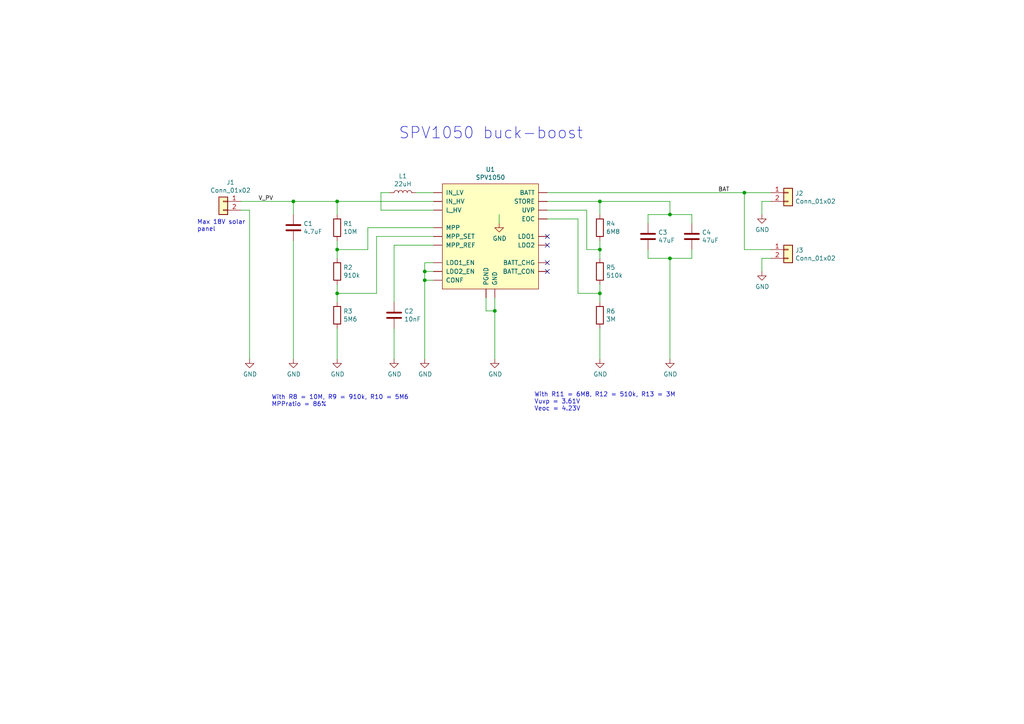
<source format=kicad_sch>
(kicad_sch (version 20211123) (generator eeschema)
  (paper "A4")
  (title_block (title "SPV1050 Solar Charger") (date "2022-01-21") (rev "2.0"))
  (lib_symbols
    (symbol "Connector_Generic:Conn_01x02" (pin_names (offset 1.016) hide)
      (property "Reference" "J" (at 0 2.54 0))
      (property "Value" "Conn_01x02" (at 0 -5.08 0))
      (symbol "Conn_01x02_1_1"
        (rectangle (start -1.27 -2.413) (end 0 -2.667) (stroke (width 0.1524)))
        (rectangle (start -1.27 0.127) (end 0 -0.127) (stroke (width 0.1524)))
        (rectangle (start -1.27 1.27) (end 1.27 -3.81) (stroke (width 0.254)) (fill (type background)))
        (pin passive line (at -5.08 0 0) (length 3.81) (name "Pin_1") (number "1"))
        (pin passive line (at -5.08 -2.54 0) (length 3.81) (name "Pin_2") (number "2"))
      )
    )
    (symbol "Device:C" (pin_numbers hide) (pin_names (offset 0.254))
      (property "Reference" "C" (at 0.635 2.54 0))
      (property "Value" "C" (at 0.635 -2.54 0))
      (symbol "C_0_1"
        (polyline (pts (xy -2.032 -0.762) (xy 2.032 -0.762)) (stroke (width 0.508)))
        (polyline (pts (xy -2.032 0.762) (xy 2.032 0.762)) (stroke (width 0.508)))
      )
      (symbol "C_1_1"
        (pin passive line (at 0 3.81 270) (length 2.794) (name "~") (number "1"))
        (pin passive line (at 0 -3.81 90) (length 2.794) (name "~") (number "2"))
      )
    )
    (symbol "Device:L" (pin_numbers hide) (pin_names (offset 1.016) hide)
      (property "Reference" "L" (at -1.27 0 90))
      (property "Value" "L" (at 1.905 0 90))
      (symbol "L_0_1"
        (arc (start 0 -2.54) (mid 0.635 -1.905) (end 0 -1.27))
        (arc (start 0 -1.27) (mid 0.635 -0.635) (end 0 0))
        (arc (start 0 0) (mid 0.635 0.635) (end 0 1.27))
        (arc (start 0 1.27) (mid 0.635 1.905) (end 0 2.54))
      )
      (symbol "L_1_1"
        (pin passive line (at 0 3.81 270) (length 1.27) (name "1") (number "1"))
        (pin passive line (at 0 -3.81 90) (length 1.27) (name "2") (number "2"))
      )
    )
    (symbol "Device:R" (pin_numbers hide) (pin_names (offset 0))
      (property "Reference" "R" (at 2.032 0 90))
      (property "Value" "R" (at 0 0 90))
      (symbol "R_0_1"
        (rectangle (start -1.016 -2.54) (end 1.016 2.54) (stroke (width 0.254)))
      )
      (symbol "R_1_1"
        (pin passive line (at 0 3.81 270) (length 1.27) (name "~") (number "1"))
        (pin passive line (at 0 -3.81 90) (length 1.27) (name "~") (number "2"))
      )
    )
    (symbol "jouni:SPV1050" (pin_numbers hide) (pin_names (offset 1.016))
      (property "Reference" "U" (at 0 0 0))
      (property "Value" "jouni_SPV1050" (at 0 10.16 0))
      (symbol "SPV1050_0_1"
        (rectangle (start -13.97 13.97) (end 13.97 -16.51) (fill (type background)))
      )
      (symbol "SPV1050_1_1"
        (pin input line (at -16.51 1.27 0) (length 2.54) (name "MPP") (number "1"))
        (pin input line (at 16.51 6.35 180) (length 2.54) (name "UVP") (number "10"))
        (pin input line (at 16.51 -1.27 180) (length 2.54) (name "LDO1") (number "11"))
        (pin input line (at 16.51 -3.81 180) (length 2.54) (name "LDO2") (number "12"))
        (pin input line (at -16.51 -13.97 0) (length 2.54) (name "CONF") (number "13"))
        (pin input line (at 16.51 11.43 180) (length 2.54) (name "BATT") (number "14"))
        (pin input line (at 16.51 8.89 180) (length 2.54) (name "STORE") (number "15"))
        (pin input line (at -16.51 11.43 0) (length 2.54) (name "IN_LV") (number "16"))
        (pin input line (at -1.27 -19.05 90) (length 2.54) (name "PGND") (number "18"))
        (pin input line (at -16.51 6.35 0) (length 2.54) (name "L_HV") (number "19"))
        (pin input line (at -16.51 -1.27 0) (length 2.54) (name "MPP_SET") (number "2"))
        (pin input line (at -16.51 8.89 0) (length 2.54) (name "IN_HV") (number "20"))
        (pin input line (at 2.54 5.08 180) (length 2.54) hide (name "GND") (number "21"))
        (pin input line (at -16.51 -3.81 0) (length 2.54) (name "MPP_REF") (number "3"))
        (pin input line (at 1.27 -19.05 90) (length 2.54) (name "GND") (number "4"))
        (pin input line (at -16.51 -8.89 0) (length 2.54) (name "LDO1_EN") (number "5"))
        (pin input line (at -16.51 -11.43 0) (length 2.54) (name "LDO2_EN") (number "6"))
        (pin input line (at 16.51 -8.89 180) (length 2.54) (name "BATT_CHG") (number "7"))
        (pin input line (at 16.51 -11.43 180) (length 2.54) (name "BATT_CON") (number "8"))
        (pin input line (at 16.51 3.81 180) (length 2.54) (name "EOC") (number "9"))
      )
    )
    (symbol "power:GND" (power) (pin_names (offset 0))
      (property "Value" "GND" (at 0 -3.81 0))
      (symbol "GND_0_1"
        (polyline (pts (xy 0 0) (xy 0 -1.27) (xy 1.27 -1.27) (xy 0 -2.54) (xy -1.27 -1.27) (xy 0 -1.27)))
      )
      (symbol "GND_1_1"
        (pin power_in line (at 0 0 270) (length 0) hide (name "GND") (number "1"))
      )
    )
  )
  (junction (at 173.99 58.42))
  (junction (at 194.31 74.93))
  (junction (at 173.99 85.09))
  (junction (at 123.19 78.74))
  (junction (at 123.19 81.28))
  (junction (at 97.79 85.09))
  (junction (at 85.09 58.42))
  (junction (at 143.51 90.17))
  (junction (at 215.9 55.88))
  (junction (at 173.99 72.39))
  (junction (at 194.31 62.23))
  (junction (at 97.79 58.42))
  (junction (at 97.79 72.39))
  (no_connect (at 158.75 71.12))
  (no_connect (at 158.75 78.74))
  (no_connect (at 158.75 76.2))
  (no_connect (at 158.75 68.58))
  (wire (pts (xy 158.75 58.42) (xy 173.99 58.42)))
  (wire (pts (xy 140.97 86.36) (xy 140.97 90.17)))
  (wire (pts (xy 110.49 55.88) (xy 110.49 60.96)))
  (wire (pts (xy 158.75 63.5) (xy 167.64 63.5)))
  (wire (pts (xy 114.3 95.25) (xy 114.3 104.14)))
  (wire (pts (xy 97.79 69.85) (xy 97.79 72.39)))
  (wire (pts (xy 194.31 62.23) (xy 187.96 62.23)))
  (wire (pts (xy 173.99 69.85) (xy 173.99 72.39)))
  (wire (pts (xy 187.96 72.39) (xy 187.96 74.93)))
  (wire (pts (xy 123.19 76.2) (xy 125.73 76.2)))
  (wire (pts (xy 125.73 55.88) (xy 120.65 55.88)))
  (wire (pts (xy 173.99 85.09) (xy 173.99 87.63)))
  (wire (pts (xy 194.31 58.42) (xy 194.31 62.23)))
  (wire (pts (xy 97.79 85.09) (xy 97.79 82.55)))
  (wire (pts (xy 220.98 78.74) (xy 220.98 74.93)))
  (wire (pts (xy 167.64 63.5) (xy 167.64 85.09)))
  (wire (pts (xy 215.9 55.88) (xy 223.52 55.88)))
  (wire (pts (xy 97.79 58.42) (xy 97.79 62.23)))
  (wire (pts (xy 140.97 90.17) (xy 143.51 90.17)))
  (wire (pts (xy 158.75 55.88) (xy 215.9 55.88)))
  (wire (pts (xy 194.31 62.23) (xy 200.66 62.23)))
  (wire (pts (xy 123.19 78.74) (xy 123.19 76.2)))
  (wire (pts (xy 194.31 74.93) (xy 200.66 74.93)))
  (wire (pts (xy 97.79 72.39) (xy 97.79 74.93)))
  (wire (pts (xy 215.9 72.39) (xy 215.9 55.88)))
  (wire (pts (xy 194.31 104.14) (xy 194.31 74.93)))
  (wire (pts (xy 170.18 60.96) (xy 170.18 72.39)))
  (wire (pts (xy 114.3 71.12) (xy 114.3 87.63)))
  (wire (pts (xy 158.75 60.96) (xy 170.18 60.96)))
  (wire (pts (xy 125.73 66.04) (xy 106.68 66.04)))
  (wire (pts (xy 85.09 58.42) (xy 97.79 58.42)))
  (wire (pts (xy 223.52 72.39) (xy 215.9 72.39)))
  (wire (pts (xy 97.79 87.63) (xy 97.79 85.09)))
  (wire (pts (xy 173.99 72.39) (xy 173.99 74.93)))
  (wire (pts (xy 187.96 74.93) (xy 194.31 74.93)))
  (wire (pts (xy 170.18 72.39) (xy 173.99 72.39)))
  (wire (pts (xy 220.98 74.93) (xy 223.52 74.93)))
  (wire (pts (xy 200.66 74.93) (xy 200.66 72.39)))
  (wire (pts (xy 125.73 78.74) (xy 123.19 78.74)))
  (wire (pts (xy 187.96 62.23) (xy 187.96 64.77)))
  (wire (pts (xy 97.79 58.42) (xy 125.73 58.42)))
  (wire (pts (xy 106.68 66.04) (xy 106.68 72.39)))
  (wire (pts (xy 113.03 55.88) (xy 110.49 55.88)))
  (wire (pts (xy 173.99 58.42) (xy 194.31 58.42)))
  (wire (pts (xy 123.19 81.28) (xy 123.19 78.74)))
  (wire (pts (xy 97.79 104.14) (xy 97.79 95.25)))
  (wire (pts (xy 110.49 60.96) (xy 125.73 60.96)))
  (wire (pts (xy 69.85 58.42) (xy 85.09 58.42)))
  (wire (pts (xy 200.66 62.23) (xy 200.66 64.77)))
  (wire (pts (xy 125.73 81.28) (xy 123.19 81.28)))
  (wire (pts (xy 109.22 68.58) (xy 109.22 85.09)))
  (wire (pts (xy 97.79 85.09) (xy 109.22 85.09)))
  (wire (pts (xy 167.64 85.09) (xy 173.99 85.09)))
  (wire (pts (xy 144.78 64.77) (xy 144.78 62.23)))
  (wire (pts (xy 69.85 60.96) (xy 72.39 60.96)))
  (wire (pts (xy 106.68 72.39) (xy 97.79 72.39)))
  (wire (pts (xy 223.52 58.42) (xy 220.98 58.42)))
  (wire (pts (xy 173.99 104.14) (xy 173.99 95.25)))
  (wire (pts (xy 173.99 62.23) (xy 173.99 58.42)))
  (wire (pts (xy 123.19 104.14) (xy 123.19 81.28)))
  (wire (pts (xy 125.73 68.58) (xy 109.22 68.58)))
  (wire (pts (xy 85.09 62.23) (xy 85.09 58.42)))
  (wire (pts (xy 85.09 69.85) (xy 85.09 104.14)))
  (wire (pts (xy 173.99 82.55) (xy 173.99 85.09)))
  (wire (pts (xy 72.39 60.96) (xy 72.39 104.14)))
  (wire (pts (xy 125.73 71.12) (xy 114.3 71.12)))
  (wire (pts (xy 220.98 58.42) (xy 220.98 62.23)))
  (wire (pts (xy 143.51 90.17) (xy 143.51 104.14)))
  (wire (pts (xy 143.51 90.17) (xy 143.51 86.36)))
  (text "Max 18V solar\npanel" (at 57.15 67.31 0) (effects (font (size 1.27 1.27)) (justify left bottom)))
  (text "SPV1050 buck-boost" (at 115.57 40.64 0) (effects (font (size 3.302 3.302)) (justify left bottom)))
  (text "With R11 = 6M8, R12 = 510k, R13 = 3M\nVuvp = 3.61V\nVeoc = 4.23V" (at 154.94 119.38 0) (effects (font (size 1.27 1.27)) (justify left bottom)))
  (text "With R8 = 10M, R9 = 910k, R10 = 5M6\nMPPratio = 86%" (at 78.74 118.11 0) (effects (font (size 1.27 1.27)) (justify left bottom)))
  (label "V_PV" (at 74.93 58.42 0) (effects (font (size 1.1938 1.1938))))
  (label "BAT" (at 208.28 55.88 0) (effects (font (size 1.1938 1.1938))))
  (symbol (lib_id "jouni:SPV1050") (at 142.24 67.31 0) (unit 1)
    (property "Reference" "U1" (at 142.24 49.149 0))
    (property "Value" "SPV1050" (at 142.24 51.4604 0))
    (property "Footprint" "jouni:UQFN-20-1EP_3x3mm_P0.4mm_EP1.85x1.85mm_handsolder" (effects hide))
  )
  (symbol (lib_id "Connector_Generic:Conn_01x02") (at 64.77 58.42 0) (mirror y) (unit 1)
    (property "Reference" "J1" (at 66.8528 52.9082 0))
    (property "Value" "Conn_01x02" (at 66.8528 55.2196 0))
    (property "Footprint" "Connector_JST:JST_PH_S2B-PH-K_1x02_P2.00mm_Horizontal" (effects hide))
  )
  (symbol (lib_id "Connector_Generic:Conn_01x02") (at 228.6 55.88 0) (unit 1)
    (property "Reference" "J2" (at 230.632 56.0832 0) (effects (justify left)))
    (property "Value" "Conn_01x02" (at 230.632 58.3946 0) (effects (justify left)))
    (property "Footprint" "Connector_JST:JST_PH_S2B-PH-K_1x02_P2.00mm_Horizontal" (effects hide))
  )
  (symbol (lib_id "Device:R") (at 97.79 66.04 0) (unit 1)
    (property "Reference" "R1" (at 99.568 64.8716 0) (effects (justify left)))
    (property "Value" "10M" (at 99.568 67.183 0) (effects (justify left)))
    (property "Footprint" "Resistor_SMD:R_0805_2012Metric" (effects hide))
  )
  (symbol (lib_id "Device:R") (at 97.79 78.74 0) (unit 1)
    (property "Reference" "R2" (at 99.568 77.5716 0) (effects (justify left)))
    (property "Value" "910k" (at 99.568 79.883 0) (effects (justify left)))
    (property "Footprint" "Resistor_SMD:R_0805_2012Metric" (effects hide))
  )
  (symbol (lib_id "Device:R") (at 97.79 91.44 0) (unit 1)
    (property "Reference" "R3" (at 99.568 90.2716 0) (effects (justify left)))
    (property "Value" "5M6" (at 99.568 92.583 0) (effects (justify left)))
    (property "Footprint" "Resistor_SMD:R_0805_2012Metric" (effects hide))
  )
  (symbol (lib_id "Device:R") (at 173.99 66.04 0) (unit 1)
    (property "Reference" "R4" (at 175.768 64.8716 0) (effects (justify left)))
    (property "Value" "6M8" (at 175.768 67.183 0) (effects (justify left)))
    (property "Footprint" "Resistor_SMD:R_0805_2012Metric" (effects hide))
  )
  (symbol (lib_id "Device:R") (at 173.99 78.74 0) (unit 1)
    (property "Reference" "R5" (at 175.768 77.5716 0) (effects (justify left)))
    (property "Value" "510k" (at 175.768 79.883 0) (effects (justify left)))
    (property "Footprint" "Resistor_SMD:R_0805_2012Metric" (effects hide))
  )
  (symbol (lib_id "Device:R") (at 173.99 91.44 0) (unit 1)
    (property "Reference" "R6" (at 175.768 90.2716 0) (effects (justify left)))
    (property "Value" "3M" (at 175.768 92.583 0) (effects (justify left)))
    (property "Footprint" "Resistor_SMD:R_0805_2012Metric" (effects hide))
  )
  (symbol (lib_id "Device:L") (at 116.84 55.88 90) (unit 1)
    (property "Reference" "L1" (at 116.84 51.054 90))
    (property "Value" "22uH" (at 116.84 53.3654 90))
    (property "Footprint" "jouni:CD43" (effects hide))
  )
  (symbol (lib_id "Device:C") (at 85.09 66.04 0) (unit 1)
    (property "Reference" "C1" (at 88.011 64.8716 0) (effects (justify left)))
    (property "Value" "4.7uF" (at 88.011 67.183 0) (effects (justify left)))
    (property "Footprint" "Capacitor_SMD:C_0805_2012Metric" (effects hide))
  )
  (symbol (lib_id "Device:C") (at 114.3 91.44 0) (unit 1)
    (property "Reference" "C2" (at 117.221 90.2716 0) (effects (justify left)))
    (property "Value" "10nF" (at 117.221 92.583 0) (effects (justify left)))
    (property "Footprint" "Capacitor_SMD:C_0805_2012Metric" (effects hide))
  )
  (symbol (lib_id "Device:C") (at 187.96 68.58 0) (unit 1)
    (property "Reference" "C3" (at 190.881 67.4116 0) (effects (justify left)))
    (property "Value" "47uF" (at 190.881 69.723 0) (effects (justify left)))
    (property "Footprint" "Capacitor_SMD:C_0805_2012Metric" (effects hide))
  )
  (symbol (lib_id "Device:C") (at 200.66 68.58 0) (unit 1)
    (property "Reference" "C4" (at 203.581 67.4116 0) (effects (justify left)))
    (property "Value" "47uF" (at 203.581 69.723 0) (effects (justify left)))
    (property "Footprint" "Capacitor_SMD:C_0805_2012Metric" (effects hide))
  )
  (symbol (lib_id "power:GND") (at 85.09 104.14 0) (unit 1)
    (property "Reference" "#PWR02" (effects hide))
    (property "Value" "GND" (at 85.217 108.5342 0))
  )
  (symbol (lib_id "power:GND") (at 97.79 104.14 0) (unit 1)
    (property "Reference" "#PWR03" (effects hide))
    (property "Value" "GND" (at 97.917 108.5342 0))
  )
  (symbol (lib_id "power:GND") (at 114.3 104.14 0) (unit 1)
    (property "Reference" "#PWR04" (effects hide))
    (property "Value" "GND" (at 114.427 108.5342 0))
  )
  (symbol (lib_id "power:GND") (at 123.19 104.14 0) (unit 1)
    (property "Reference" "#PWR05" (effects hide))
    (property "Value" "GND" (at 123.317 108.5342 0))
  )
  (symbol (lib_id "power:GND") (at 72.39 104.14 0) (unit 1)
    (property "Reference" "#PWR01" (effects hide))
    (property "Value" "GND" (at 72.517 108.5342 0))
  )
  (symbol (lib_id "power:GND") (at 143.51 104.14 0) (unit 1)
    (property "Reference" "#PWR06" (effects hide))
    (property "Value" "GND" (at 143.637 108.5342 0))
  )
  (symbol (lib_id "power:GND") (at 173.99 104.14 0) (unit 1)
    (property "Reference" "#PWR07" (effects hide))
    (property "Value" "GND" (at 174.117 108.5342 0))
  )
  (symbol (lib_id "power:GND") (at 194.31 104.14 0) (unit 1)
    (property "Reference" "#PWR08" (effects hide))
    (property "Value" "GND" (at 194.437 108.5342 0))
  )
  (symbol (lib_id "power:GND") (at 220.98 62.23 0) (unit 1)
    (property "Reference" "#PWR09" (effects hide))
    (property "Value" "GND" (at 221.107 66.6242 0))
  )
  (symbol (lib_id "power:GND") (at 144.78 64.77 0) (unit 1)
    (property "Reference" "#PWR0101" (effects hide))
    (property "Value" "GND" (at 144.907 69.1642 0))
  )
  (symbol (lib_id "Connector_Generic:Conn_01x02") (at 228.6 72.39 0) (unit 1)
    (property "Reference" "J3" (at 230.632 72.5932 0) (effects (justify left)))
    (property "Value" "Conn_01x02" (at 230.632 74.9046 0) (effects (justify left)))
    (property "Footprint" "Connector_PinHeader_2.54mm:PinHeader_1x02_P2.54mm_Vertical" (effects hide))
  )
  (symbol (lib_id "power:GND") (at 220.98 78.74 0) (unit 1)
    (property "Reference" "#PWR010" (effects hide))
    (property "Value" "GND" (at 221.107 83.1342 0))
  )
)
</source>
